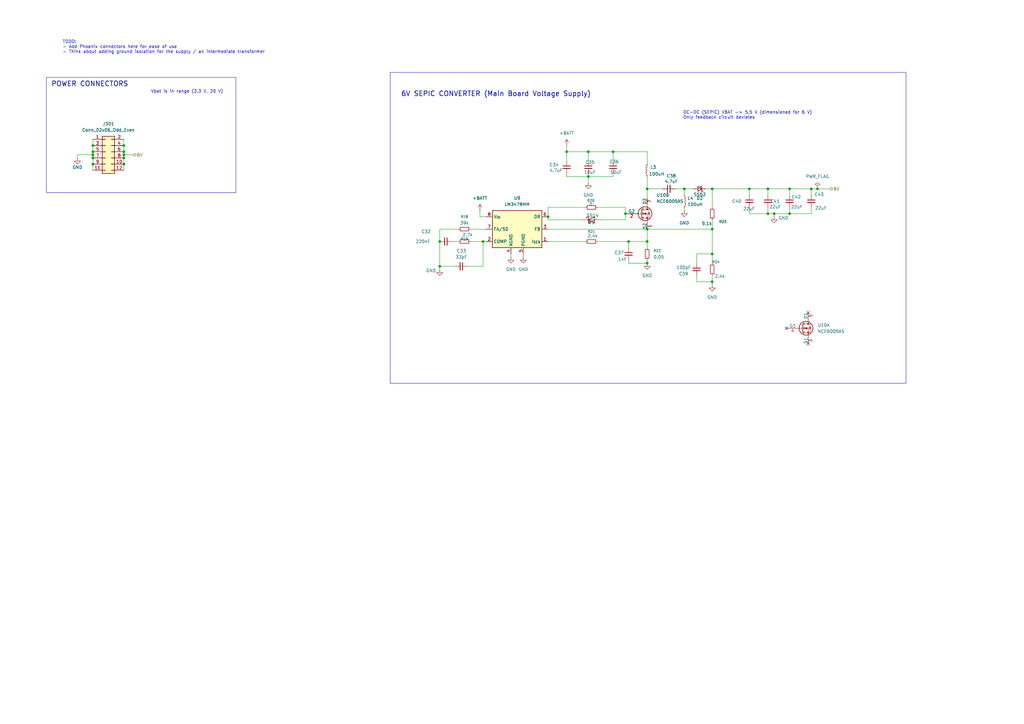
<source format=kicad_sch>
(kicad_sch (version 20250114) (generator "eeschema") (generator_version "9.0")
  (paper "A3")
  (lib_symbols
    (symbol "Connector_Generic:Conn_02x06_Odd_Even" (pin_names (offset 1.016) (hide yes))
      (property "Reference" "J" (at 1.27 7.62 0))
      (property "Value" "Conn_02x06_Odd_Even" (at 1.27 -10.16 0))
      (symbol "Conn_02x06_Odd_Even_1_1"
        (rectangle (start -1.27 6.35) (end 3.81 -8.89) (stroke (width 0.254)) (fill (type background)))
        (rectangle (start -1.27 5.207) (end 0 4.953) (stroke (width 0.1524)))
        (rectangle (start -1.27 2.667) (end 0 2.413) (stroke (width 0.1524)))
        (rectangle (start -1.27 0.127) (end 0 -0.127) (stroke (width 0.1524)))
        (rectangle (start -1.27 -2.413) (end 0 -2.667) (stroke (width 0.1524)))
        (rectangle (start -1.27 -4.953) (end 0 -5.207) (stroke (width 0.1524)))
        (rectangle (start -1.27 -7.493) (end 0 -7.747) (stroke (width 0.1524)))
        (rectangle (start 3.81 5.207) (end 2.54 4.953) (stroke (width 0.1524)))
        (rectangle (start 3.81 2.667) (end 2.54 2.413) (stroke (width 0.1524)))
        (rectangle (start 3.81 0.127) (end 2.54 -0.127) (stroke (width 0.1524)))
        (rectangle (start 3.81 -2.413) (end 2.54 -2.667) (stroke (width 0.1524)))
        (rectangle (start 3.81 -4.953) (end 2.54 -5.207) (stroke (width 0.1524)))
        (rectangle (start 3.81 -7.493) (end 2.54 -7.747) (stroke (width 0.1524)))
        (pin passive line (at -5.08 5.08 0) (length 3.81) (name "Pin_1") (number "1"))
        (pin passive line (at -5.08 2.54 0) (length 3.81) (name "Pin_3") (number "3"))
        (pin passive line (at -5.08 0 0) (length 3.81) (name "Pin_5") (number "5"))
        (pin passive line (at -5.08 -2.54 0) (length 3.81) (name "Pin_7") (number "7"))
        (pin passive line (at -5.08 -5.08 0) (length 3.81) (name "Pin_9") (number "9"))
        (pin passive line (at -5.08 -7.62 0) (length 3.81) (name "Pin_11") (number "11"))
        (pin passive line (at 7.62 5.08 180) (length 3.81) (name "Pin_2") (number "2"))
        (pin passive line (at 7.62 2.54 180) (length 3.81) (name "Pin_4") (number "4"))
        (pin passive line (at 7.62 0 180) (length 3.81) (name "Pin_6") (number "6"))
        (pin passive line (at 7.62 -2.54 180) (length 3.81) (name "Pin_8") (number "8"))
        (pin passive line (at 7.62 -5.08 180) (length 3.81) (name "Pin_10") (number "10"))
        (pin passive line (at 7.62 -7.62 180) (length 3.81) (name "Pin_12") (number "12"))
      )
    )
    (symbol "Device:C_Small" (pin_numbers (hide yes)) (pin_names (offset 0.254) (hide yes))
      (property "Reference" "C" (at 0.254 1.778 0))
      (property "Value" "C_Small" (at 0.254 -2.032 0))
      (symbol "C_Small_0_1"
        (polyline (pts (xy -1.524 0.508) (xy 1.524 0.508)) (stroke (width 0.3048)))
        (polyline (pts (xy -1.524 -0.508) (xy 1.524 -0.508)) (stroke (width 0.3302)))
      )
      (symbol "C_Small_1_1"
        (pin passive line (at 0 2.54 270) (length 2.032) (name "~") (number "1"))
        (pin passive line (at 0 -2.54 90) (length 2.032) (name "~") (number "2"))
      )
    )
    (symbol "Device:D_Schottky_Small" (pin_numbers (hide yes)) (pin_names (offset 0.254) (hide yes))
      (property "Reference" "D" (at -1.27 2.032 0))
      (property "Value" "D_Schottky_Small" (at -7.112 -2.032 0))
      (symbol "D_Schottky_Small_0_1"
        (polyline (pts (xy -1.27 0.762) (xy -1.27 1.016) (xy -0.762 1.016) (xy -0.762 -1.016) (xy -0.254 -1.016) (xy -0.254 -0.762)) (stroke (width 0.254)))
        (polyline (pts (xy -0.762 0) (xy 0.762 0)))
        (polyline (pts (xy 0.762 -1.016) (xy -0.762 0) (xy 0.762 1.016) (xy 0.762 -1.016)) (stroke (width 0.254)))
      )
      (symbol "D_Schottky_Small_1_1"
        (pin passive line (at -2.54 0 0) (length 1.778) (name "K") (number "1"))
        (pin passive line (at 2.54 0 180) (length 1.778) (name "A") (number "2"))
      )
    )
    (symbol "Device:L_Small" (pin_numbers (hide yes)) (pin_names (offset 0.254) (hide yes))
      (property "Reference" "L" (at 0.762 1.016 0))
      (property "Value" "L_Small" (at 0.762 -1.016 0))
      (symbol "L_Small_0_1"
        (arc (start 0 2.032) (mid 0.5058 1.524) (end 0 1.016))
        (arc (start 0 1.016) (mid 0.5058 0.508) (end 0 0))
        (arc (start 0 0) (mid 0.5058 -0.508) (end 0 -1.016))
        (arc (start 0 -1.016) (mid 0.5058 -1.524) (end 0 -2.032))
      )
      (symbol "L_Small_1_1"
        (pin passive line (at 0 2.54 270) (length 0.508) (name "~") (number "1"))
        (pin passive line (at 0 -2.54 90) (length 0.508) (name "~") (number "2"))
      )
    )
    (symbol "Device:R_Small" (pin_numbers (hide yes)) (pin_names (offset 0.254) (hide yes))
      (property "Reference" "R" (at 0 0 90))
      (property "Value" "R_Small" (at 1.778 0 90))
      (symbol "R_Small_0_1"
        (rectangle (start -0.762 1.778) (end 0.762 -1.778) (stroke (width 0.2032)))
      )
      (symbol "R_Small_1_1"
        (pin passive line (at 0 2.54 270) (length 0.762) (name "~") (number "1"))
        (pin passive line (at 0 -2.54 90) (length 0.762) (name "~") (number "2"))
      )
    )
    (symbol "Diode:SS14" (pin_numbers (hide yes)) (pin_names (offset 1.016) (hide yes))
      (property "Reference" "D" (at 0 2.54 0))
      (property "Value" "SS14" (at 0 -2.54 0))
      (symbol "SS14_0_1"
        (polyline (pts (xy -1.905 0.635) (xy -1.905 1.27) (xy -1.27 1.27) (xy -1.27 -1.27) (xy -0.635 -1.27) (xy -0.635 -0.635)) (stroke (width 0.254)))
        (polyline (pts (xy 1.27 1.27) (xy 1.27 -1.27) (xy -1.27 0) (xy 1.27 1.27)) (stroke (width 0.254)))
        (polyline (pts (xy 1.27 0) (xy -1.27 0)))
      )
      (symbol "SS14_1_1"
        (pin passive line (at -3.81 0 0) (length 2.54) (name "K") (number "1"))
        (pin passive line (at 3.81 0 180) (length 2.54) (name "A") (number "2"))
      )
    )
    (symbol "Regulator_Controller:LM3478MM"
      (property "Reference" "U" (at -9.525 8.89 0))
      (property "Value" "LM3478MM" (at 5.08 8.89 0))
      (symbol "LM3478MM_0_1"
        (rectangle (start -10.16 7.62) (end 10.16 -7.62) (stroke (width 0.254)) (fill (type background)))
      )
      (symbol "LM3478MM_1_1"
        (pin power_in line (at -12.7 5.08 0) (length 2.54) (name "V_{IN}") (number "8"))
        (pin input line (at -12.7 0 0) (length 2.54) (name "FA/SD") (number "7"))
        (pin input line (at -12.7 -5.08 0) (length 2.54) (name "COMP") (number "2"))
        (pin power_in line (at -2.54 -10.16 90) (length 2.54) (name "AGND") (number "4"))
        (pin power_in line (at 2.54 -10.16 90) (length 2.54) (name "PGND") (number "5"))
        (pin output line (at 12.7 5.08 180) (length 2.54) (name "DR") (number "6"))
        (pin input line (at 12.7 0 180) (length 2.54) (name "FB") (number "3"))
        (pin input line (at 12.7 -5.08 180) (length 2.54) (name "I_{SEN}") (number "1"))
      )
    )
    (symbol "custom_mosfet:NCE6005AS" (pin_names (offset 0))
      (property "Reference" "U" (at 3.81 0 0))
      (property "Value" "NCE6005AS" (at 7.62 -2.54 0))
      (symbol "NCE6005AS_1_1"
        (polyline (pts (xy -3.81 0) (xy -2.286 0)))
        (polyline (pts (xy -2.286 1.905) (xy -2.286 -1.905) (xy -2.286 -1.905)) (stroke (width 0.254)))
        (polyline (pts (xy -1.778 2.286) (xy -1.778 1.27)) (stroke (width 0.254)))
        (polyline (pts (xy -1.778 1.778) (xy 0 1.778)))
        (polyline (pts (xy -1.778 0.508) (xy -1.778 -0.508)) (stroke (width 0.254)))
        (polyline (pts (xy -1.778 0) (xy 0 0)))
        (polyline (pts (xy -1.778 -1.27) (xy -1.778 -2.286)) (stroke (width 0.254)))
        (polyline (pts (xy -1.778 -1.778) (xy 0 -1.778)))
        (polyline (pts (xy -1.524 0) (xy -0.508 0.381) (xy -0.508 -0.381) (xy -1.524 0)) (fill (type outline)))
        (circle (center -0.889 0) (radius 2.8194) (stroke (width 0.254)))
        (polyline (pts (xy 0 3.81) (xy 0 1.778)))
        (circle (center 0 1.778) (radius 0.2794) (fill (type outline)))
        (polyline (pts (xy 0 -1.778) (xy 0 0)))
        (polyline (pts (xy 0 -1.778) (xy 0 -3.81)))
        (polyline (pts (xy 0 -1.778) (xy 0.762 -1.778) (xy 0.762 1.778) (xy 0 1.778)))
        (circle (center 0 -1.778) (radius 0.2794) (fill (type outline)))
        (polyline (pts (xy 0.254 0.508) (xy 0.381 0.381) (xy 1.143 0.381) (xy 1.27 0.254)))
        (polyline (pts (xy 0.762 0.381) (xy 0.381 -0.254) (xy 1.143 -0.254) (xy 0.762 0.381)))
        (pin input line (at -8.89 0 0) (length 5.08) (name "G1") (number "4"))
        (pin passive line (at 0 6.35 270) (length 2.54) (name "D1") (number "5"))
        (pin passive line (at 0 6.35 270) (length 2.54) (hide yes) (name "D1") (number "6"))
        (pin passive line (at 0 -6.35 90) (length 2.54) (name "S1") (number "3"))
      )
      (symbol "NCE6005AS_2_1"
        (polyline (pts (xy -3.81 0) (xy -2.286 0)))
        (polyline (pts (xy -2.286 1.905) (xy -2.286 -1.905) (xy -2.286 -1.905)) (stroke (width 0.254)))
        (polyline (pts (xy -1.778 2.286) (xy -1.778 1.27)) (stroke (width 0.254)))
        (polyline (pts (xy -1.778 1.778) (xy 0 1.778)))
        (polyline (pts (xy -1.778 0.508) (xy -1.778 -0.508)) (stroke (width 0.254)))
        (polyline (pts (xy -1.778 0) (xy 0 0)))
        (polyline (pts (xy -1.778 -1.27) (xy -1.778 -2.286)) (stroke (width 0.254)))
        (polyline (pts (xy -1.778 -1.778) (xy 0 -1.778)))
        (polyline (pts (xy -1.524 0) (xy -0.508 0.381) (xy -0.508 -0.381) (xy -1.524 0)) (fill (type outline)))
        (circle (center -0.889 0) (radius 2.8194) (stroke (width 0.254)))
        (polyline (pts (xy 0 3.81) (xy 0 1.778)))
        (circle (center 0 1.778) (radius 0.2794) (fill (type outline)))
        (polyline (pts (xy 0 -1.778) (xy 0 0)))
        (polyline (pts (xy 0 -1.778) (xy 0 -3.81)))
        (polyline (pts (xy 0 -1.778) (xy 0.762 -1.778) (xy 0.762 1.778) (xy 0 1.778)))
        (circle (center 0 -1.778) (radius 0.2794) (fill (type outline)))
        (polyline (pts (xy 0.254 0.508) (xy 0.381 0.381) (xy 1.143 0.381) (xy 1.27 0.254)))
        (polyline (pts (xy 0.762 0.381) (xy 0.381 -0.254) (xy 1.143 -0.254) (xy 0.762 0.381)))
        (pin input line (at -8.89 0 0) (length 5.08) (name "G2") (number "2"))
        (pin passive line (at 0 6.35 270) (length 2.54) (name "D2") (number "7"))
        (pin passive line (at 0 6.35 270) (length 2.54) (hide yes) (name "D2") (number "8"))
        (pin passive line (at 0 -6.35 90) (length 2.54) (name "S2") (number "1"))
      )
    )
    (symbol "power:+BATT" (power) (pin_numbers (hide yes)) (pin_names (offset 0) (hide yes))
      (property "Value" "+BATT" (at 0 3.556 0))
      (symbol "+BATT_0_1"
        (polyline (pts (xy -0.762 1.27) (xy 0 2.54)))
        (polyline (pts (xy 0 2.54) (xy 0.762 1.27)))
        (polyline (pts (xy 0 0) (xy 0 2.54)))
      )
      (symbol "+BATT_1_1"
        (pin power_in line (at 0 0 90) (length 0) (name "~") (number "1"))
      )
    )
    (symbol "power:GND" (power) (pin_numbers (hide yes)) (pin_names (offset 0) (hide yes))
      (property "Value" "GND" (at 0 -3.81 0))
      (symbol "GND_0_1"
        (polyline (pts (xy 0 0) (xy 0 -1.27) (xy 1.27 -1.27) (xy 0 -2.54) (xy -1.27 -1.27) (xy 0 -1.27)))
      )
      (symbol "GND_1_1"
        (pin power_in line (at 0 0 270) (length 0) (name "~") (number "1"))
      )
    )
    (symbol "power:PWR_FLAG" (power) (pin_numbers (hide yes)) (pin_names (offset 0) (hide yes))
      (property "Value" "PWR_FLAG" (at 0 3.81 0))
      (symbol "PWR_FLAG_0_0"
        (pin power_out line (at 0 0 90) (length 0) (name "~") (number "1"))
      )
      (symbol "PWR_FLAG_0_1"
        (polyline (pts (xy 0 0) (xy 0 1.27) (xy -1.016 1.905) (xy 0 2.54) (xy 1.016 1.905) (xy 0 1.27)))
      )
    )
  )
  (rectangle (start 19.05 31.75) (end 96.774 78.994))
  (rectangle (start 160.02 29.718) (end 371.602 157.226))
  (text "POWER CONNECTORS" (at 36.83 34.544 0) (effects (font (size 2 2) (thickness 0.254) (bold yes))))
  (text "DC-DC (SEPIC) VBAT -> 5.5 V (dimensioned for 6 V)\nOnly feedback circuit deviates" (at 280.162 47.244 0) (effects (font (size 1.27 1.27)) (justify left)))
  (text "Vbat is in range (3.3 V, 20 V)" (at 76.708 37.592 0) (effects (font (size 1.27 1.27))))
  (text "6V SEPIC CONVERTER (Main Board Voltage Supply)" (at 203.454 38.608 0) (effects (font (size 2 2) (thickness 0.254) (bold yes))))
  (text "TODO:\n- Add Phoenix connectors here for ease of use\n- Think about adding ground isolation for the supply / an intermediate transformer" (at 25.654 19.304 0) (effects (font (size 1.27 1.27)) (justify left)))
  (junction (at 265.43 107.95))
  (junction (at 241.3 72.39))
  (junction (at 314.96 87.63))
  (junction (at 314.96 77.47))
  (junction (at 323.85 87.63))
  (junction (at 232.41 62.23))
  (junction (at 292.1 93.98))
  (junction (at 180.34 109.22))
  (junction (at 257.81 99.06))
  (junction (at 38.1 59.69))
  (junction (at 292.1 115.57))
  (junction (at 198.12 99.06))
  (junction (at 38.1 67.31))
  (junction (at 241.3 62.23))
  (junction (at 280.67 77.47))
  (junction (at 50.8 63.5))
  (junction (at 292.1 77.47))
  (junction (at 50.8 67.31))
  (junction (at 292.1 104.14))
  (junction (at 38.1 64.77))
  (junction (at 38.1 63.5))
  (junction (at 50.8 62.23))
  (junction (at 332.74 77.47))
  (junction (at 38.1 62.23))
  (junction (at 251.46 62.23))
  (junction (at 323.85 77.47))
  (junction (at 256.54 87.63))
  (junction (at 50.8 59.69))
  (junction (at 180.34 99.06))
  (junction (at 265.43 99.06))
  (junction (at 265.43 77.47))
  (junction (at 50.8 64.77))
  (junction (at 317.5 87.63))
  (junction (at 307.34 77.47))
  (junction (at 224.79 88.9))
  (junction (at 335.28 77.47))
  (junction (at 265.43 93.98))
  (no_connect (at 331.47 128.27))
  (no_connect (at 322.58 134.62))
  (no_connect (at 331.47 140.97))
  (wire (pts (xy 180.34 109.22) (xy 186.69 109.22)))
  (wire (pts (xy 292.1 90.17) (xy 292.1 93.98)))
  (wire (pts (xy 265.43 106.68) (xy 265.43 107.95)))
  (wire (pts (xy 292.1 77.47) (xy 292.1 85.09)))
  (wire (pts (xy 307.34 77.47) (xy 314.96 77.47)))
  (wire (pts (xy 265.43 93.98) (xy 265.43 99.06)))
  (wire (pts (xy 307.34 85.09) (xy 307.34 87.63)))
  (wire (pts (xy 292.1 104.14) (xy 292.1 107.95)))
  (wire (pts (xy 280.67 77.47) (xy 280.67 80.01)))
  (wire (pts (xy 265.43 99.06) (xy 265.43 101.6)))
  (wire (pts (xy 251.46 66.04) (xy 251.46 62.23)))
  (wire (pts (xy 285.75 107.95) (xy 285.75 104.14)))
  (wire (pts (xy 50.8 57.15) (xy 50.8 59.69)))
  (wire (pts (xy 224.79 85.09) (xy 224.79 88.9)))
  (wire (pts (xy 332.74 80.01) (xy 332.74 77.47)))
  (wire (pts (xy 292.1 77.47) (xy 307.34 77.47)))
  (wire (pts (xy 265.43 67.31) (xy 265.43 62.23)))
  (wire (pts (xy 238.76 90.17) (xy 224.79 90.17)))
  (wire (pts (xy 246.38 90.17) (xy 256.54 90.17)))
  (wire (pts (xy 193.04 93.98) (xy 199.39 93.98)))
  (wire (pts (xy 280.67 77.47) (xy 284.48 77.47)))
  (wire (pts (xy 280.67 85.09) (xy 280.67 86.36)))
  (wire (pts (xy 265.43 72.39) (xy 265.43 77.47)))
  (wire (pts (xy 256.54 85.09) (xy 245.11 85.09)))
  (wire (pts (xy 265.43 93.98) (xy 292.1 93.98)))
  (wire (pts (xy 241.3 74.93) (xy 241.3 72.39)))
  (wire (pts (xy 50.8 64.77) (xy 50.8 63.5)))
  (wire (pts (xy 257.81 106.68) (xy 257.81 107.95)))
  (wire (pts (xy 257.81 107.95) (xy 265.43 107.95)))
  (wire (pts (xy 38.1 59.69) (xy 38.1 62.23)))
  (wire (pts (xy 251.46 72.39) (xy 251.46 71.12)))
  (wire (pts (xy 307.34 80.01) (xy 307.34 77.47)))
  (wire (pts (xy 314.96 87.63) (xy 317.5 87.63)))
  (wire (pts (xy 257.81 99.06) (xy 265.43 99.06)))
  (wire (pts (xy 289.56 77.47) (xy 292.1 77.47)))
  (wire (pts (xy 198.12 109.22) (xy 191.77 109.22)))
  (wire (pts (xy 241.3 72.39) (xy 241.3 71.12)))
  (wire (pts (xy 224.79 93.98) (xy 265.43 93.98)))
  (wire (pts (xy 31.75 63.5) (xy 31.75 64.77)))
  (wire (pts (xy 50.8 63.5) (xy 54.61 63.5)))
  (wire (pts (xy 314.96 77.47) (xy 314.96 80.01)))
  (wire (pts (xy 292.1 93.98) (xy 292.1 104.14)))
  (wire (pts (xy 50.8 59.69) (xy 50.8 62.23)))
  (wire (pts (xy 214.63 105.41) (xy 214.63 104.14)))
  (wire (pts (xy 232.41 72.39) (xy 232.41 71.12)))
  (wire (pts (xy 285.75 113.03) (xy 285.75 115.57)))
  (wire (pts (xy 265.43 62.23) (xy 251.46 62.23)))
  (wire (pts (xy 196.85 86.36) (xy 196.85 88.9)))
  (wire (pts (xy 292.1 113.03) (xy 292.1 115.57)))
  (wire (pts (xy 317.5 87.63) (xy 323.85 87.63)))
  (wire (pts (xy 265.43 77.47) (xy 271.78 77.47)))
  (wire (pts (xy 180.34 99.06) (xy 180.34 109.22)))
  (wire (pts (xy 323.85 85.09) (xy 323.85 87.63)))
  (wire (pts (xy 185.42 99.06) (xy 187.96 99.06)))
  (wire (pts (xy 232.41 59.69) (xy 232.41 62.23)))
  (wire (pts (xy 224.79 90.17) (xy 224.79 88.9)))
  (wire (pts (xy 332.74 77.47) (xy 323.85 77.47)))
  (wire (pts (xy 50.8 67.31) (xy 50.8 69.85)))
  (wire (pts (xy 31.75 63.5) (xy 38.1 63.5)))
  (wire (pts (xy 314.96 85.09) (xy 314.96 87.63)))
  (wire (pts (xy 38.1 62.23) (xy 38.1 63.5)))
  (wire (pts (xy 180.34 93.98) (xy 187.96 93.98)))
  (wire (pts (xy 240.03 85.09) (xy 224.79 85.09)))
  (wire (pts (xy 292.1 115.57) (xy 292.1 116.84)))
  (wire (pts (xy 241.3 62.23) (xy 251.46 62.23)))
  (wire (pts (xy 276.86 77.47) (xy 280.67 77.47)))
  (wire (pts (xy 198.12 99.06) (xy 198.12 109.22)))
  (wire (pts (xy 50.8 62.23) (xy 50.8 63.5)))
  (wire (pts (xy 180.34 110.49) (xy 180.34 109.22)))
  (wire (pts (xy 209.55 105.41) (xy 209.55 104.14)))
  (wire (pts (xy 193.04 99.06) (xy 198.12 99.06)))
  (wire (pts (xy 232.41 62.23) (xy 241.3 62.23)))
  (wire (pts (xy 323.85 77.47) (xy 323.85 80.01)))
  (wire (pts (xy 332.74 77.47) (xy 335.28 77.47)))
  (wire (pts (xy 199.39 99.06) (xy 198.12 99.06)))
  (wire (pts (xy 332.74 85.09) (xy 332.74 87.63)))
  (wire (pts (xy 307.34 87.63) (xy 314.96 87.63)))
  (wire (pts (xy 232.41 72.39) (xy 241.3 72.39)))
  (wire (pts (xy 38.1 57.15) (xy 38.1 59.69)))
  (wire (pts (xy 256.54 87.63) (xy 256.54 90.17)))
  (wire (pts (xy 257.81 99.06) (xy 257.81 101.6)))
  (wire (pts (xy 180.34 93.98) (xy 180.34 99.06)))
  (wire (pts (xy 50.8 64.77) (xy 50.8 67.31)))
  (wire (pts (xy 196.85 88.9) (xy 199.39 88.9)))
  (wire (pts (xy 285.75 115.57) (xy 292.1 115.57)))
  (wire (pts (xy 332.74 87.63) (xy 323.85 87.63)))
  (wire (pts (xy 241.3 62.23) (xy 241.3 66.04)))
  (wire (pts (xy 245.11 99.06) (xy 257.81 99.06)))
  (wire (pts (xy 38.1 63.5) (xy 38.1 64.77)))
  (wire (pts (xy 265.43 77.47) (xy 265.43 81.28)))
  (wire (pts (xy 240.03 99.06) (xy 224.79 99.06)))
  (wire (pts (xy 38.1 64.77) (xy 38.1 67.31)))
  (wire (pts (xy 232.41 62.23) (xy 232.41 66.04)))
  (wire (pts (xy 241.3 72.39) (xy 251.46 72.39)))
  (wire (pts (xy 317.5 88.9) (xy 317.5 87.63)))
  (wire (pts (xy 256.54 85.09) (xy 256.54 87.63)))
  (wire (pts (xy 314.96 77.47) (xy 323.85 77.47)))
  (wire (pts (xy 38.1 67.31) (xy 38.1 69.85)))
  (wire (pts (xy 285.75 104.14) (xy 292.1 104.14)))
  (wire (pts (xy 335.28 77.47) (xy 340.36 77.47)))
  (hierarchical_label "6V" (shape bidirectional) (at 340.36 77.47 0))
  (hierarchical_label "6V" (shape bidirectional) (at 54.61 63.5 0))
  (symbol (lib_id "Device:C_Small") (at 332.74 82.55 0) (unit 1)
    (property "Reference" "C43" (at 334.01 79.756 0) (effects (justify left)))
    (property "Value" "22uF" (at 334.264 85.344 0) (effects (justify left)))
    (property "Footprint" "Capacitor_SMD:C_0805_2012Metric" (effects (hide yes)))
    (property "Datasheet" "https://jlcpcb.com/api/file/downloadByFileSystemAccessId/8579706866429190144" (effects (hide yes)))
    (property "Description" "X5R, 25V" (effects (hide yes)))
    (property "LPN" "C45783" (effects (hide yes)))
    (property "MPN" "CL21A226MAQNNNE" (effects (hide yes)))
  )
  (symbol (lib_id "Diode:SS14") (at 242.57 90.17 0) (unit 1)
    (property "Reference" "D5" (at 242.57 91.186 0))
    (property "Value" "SS14" (at 243.078 88.392 0))
    (property "Footprint" "Diode_SMD:D_SMA" (effects (hide yes)))
    (property "Datasheet" "https://www.vishay.com/docs/88746/ss12.pdf" (effects (hide yes)))
    (property "Description" "40V 1A Schottky Diode, SMA" (effects (hide yes)))
    (property "LPN" "C2480" (effects (hide yes)))
    (property "MPN" "SS14" (effects (hide yes)))
  )
  (symbol (lib_id "Device:L_Small") (at 265.43 69.85 180) (unit 1)
    (property "Reference" "L3" (at 266.7 68.5799 0) (effects (justify right)))
    (property "Value" "100uH" (at 266.192 71.374 0) (effects (justify right)))
    (property "Datasheet" "https://jlcpcb.com/api/file/downloadByFileSystemAccessId/8588935627815862272" (effects (hide yes)))
    (property "Description" "+-20%, DCR 0.25, Isat_rms=2A" (effects (hide yes)))
    (property "LPN" "C436577" (effects (hide yes)))
    (property "MPN" "PSPMAC1045H-101M-ANP" (effects (hide yes)))
  )
  (symbol (lib_id "Device:D_Schottky_Small") (at 287.02 77.47 180) (unit 1)
    (property "Reference" "D2" (at 287.02 81.28 0))
    (property "Value" "SS52" (at 287.02 79.756 0))
    (property "Footprint" "Diode_SMD:D_SMA-SMB_Universal_Handsoldering" (effects (hide yes)))
    (property "Datasheet" "https://jlcpcb.com/api/file/downloadByFileSystemAccessId/8579707587489042432" (effects (hide yes)))
    (property "Description" "Vf 0.55, If 5A" (effects (hide yes)))
    (property "MPN" "SS54" (effects (hide yes)))
    (property "LPN" "C22452" (effects (hide yes)))
  )
  (symbol (lib_id "Device:C_Small") (at 232.41 68.58 0) (unit 1)
    (property "Reference" "C34" (at 225.298 67.564 0) (effects (justify left)))
    (property "Value" "4.7uF" (at 225.298 69.85 0) (effects (justify left)))
    (property "Footprint" "Capacitor_SMD:C_1206_3216Metric" (effects (hide yes)))
    (property "Datasheet" "https://jlcpcb.com/api/file/downloadByFileSystemAccessId/8579707362602500096" (effects (hide yes)))
    (property "Description" "X7R, 50V" (effects (hide yes)))
    (property "LPN" "C29823" (effects (hide yes)))
    (property "MPN" "1206B475K500NT" (effects (hide yes)))
  )
  (symbol (lib_id "Device:C_Small") (at 323.85 82.55 0) (unit 1)
    (property "Reference" "C42" (at 324.612 80.772 0) (effects (justify left)))
    (property "Value" "22uF" (at 324.358 84.836 0) (effects (justify left)))
    (property "Footprint" "Capacitor_SMD:C_0805_2012Metric" (effects (hide yes)))
    (property "Datasheet" "https://jlcpcb.com/api/file/downloadByFileSystemAccessId/8579706866429190144" (effects (hide yes)))
    (property "Description" "X5R, 25V" (effects (hide yes)))
    (property "LPN" "C45783" (effects (hide yes)))
    (property "MPN" "CL21A226MAQNNNE" (effects (hide yes)))
  )
  (symbol (lib_id "power:+BATT") (at 196.85 86.36 0) (unit 1)
    (property "Reference" "#PWR037" (effects (hide yes)))
    (property "Value" "+BATT" (at 196.85 81.28 0))
    (property "Description" "Power symbol creates a global label with name \"+BATT\"" (effects (hide yes)))
  )
  (symbol (lib_id "Device:C_Small") (at 241.3 68.58 0) (unit 1)
    (property "Reference" "C35" (at 240.03 66.548 0) (effects (justify left)))
    (property "Value" "10uF" (at 239.522 70.612 0) (effects (justify left)))
    (property "Footprint" "Capacitor_SMD:C_0805_2012Metric" (effects (hide yes)))
    (property "Datasheet" "https://jlcpcb.com/api/file/downloadByFileSystemAccessId/8588884955182718976" (effects (hide yes)))
    (property "Description" "X5R, 50V max" (effects (hide yes)))
    (property "LPN" "C440198" (effects (hide yes)))
    (property "MPN" "GRM21BR61H106KE43L" (effects (hide yes)))
  )
  (symbol (lib_id "Device:R_Small") (at 190.5 93.98 90) (unit 1)
    (property "Reference" "R18" (at 190.5 88.9 90) (effects (font (size 1.016 1.016))))
    (property "Value" "39k" (at 190.5 91.44 90))
    (property "Footprint" "Resistor_SMD:R_0603_1608Metric" (effects (hide yes)))
    (property "Datasheet" "https://jlcpcb.com/api/file/downloadByFileSystemAccessId/8579706240219467776" (effects (hide yes)))
    (property "Description" "Resistor, small symbol" (effects (hide yes)))
    (property "MPN" "0603WAF3902T5E" (effects (hide yes)))
    (property "LPN" "C23153" (effects (hide yes)))
  )
  (symbol (lib_id "power:GND") (at 265.43 107.95 0) (unit 1)
    (property "Reference" "#PWR043" (effects (hide yes)))
    (property "Value" "GND" (at 265.43 113.03 0))
    (property "Description" "Power symbol creates a global label with name \"GND\" , ground" (effects (hide yes)))
  )
  (symbol (lib_id "Device:R_Small") (at 292.1 110.49 0) (unit 1)
    (property "Reference" "R24" (at 292.1 107.442 0) (effects (font (size 1.016 1.016)) (justify left)))
    (property "Value" "2.4k" (at 293.116 113.284 0) (effects (justify left)))
    (property "Footprint" "Resistor_SMD:R_0603_1608Metric" (effects (hide yes)))
    (property "Datasheet" "https://jlcpcb.com/api/file/downloadByFileSystemAccessId/8579706169801297920" (effects (hide yes)))
    (property "Description" "+-1%, 0.1W" (effects (hide yes)))
    (property "LPN" "C22940" (effects (hide yes)))
    (property "MPN" "0603WAF2401T5E" (effects (hide yes)))
  )
  (symbol (lib_id "Device:C_Small") (at 314.96 82.55 0) (unit 1)
    (property "Reference" "C41" (at 315.976 82.55 0) (effects (justify left)))
    (property "Value" "22uF" (at 315.468 84.836 0) (effects (justify left)))
    (property "Footprint" "Capacitor_SMD:C_0805_2012Metric" (effects (hide yes)))
    (property "Datasheet" "https://jlcpcb.com/api/file/downloadByFileSystemAccessId/8579706866429190144" (effects (hide yes)))
    (property "Description" "X5R, 25V" (effects (hide yes)))
    (property "LPN" "C45783" (effects (hide yes)))
    (property "MPN" "CL21A226MAQNNNE" (effects (hide yes)))
  )
  (symbol (lib_id "Device:C_Small") (at 257.81 104.14 0) (unit 1)
    (property "Reference" "C37" (at 251.968 103.632 0) (effects (justify left)))
    (property "Value" "1nF" (at 253.492 106.426 0) (effects (justify left)))
    (property "Footprint" "Capacitor_SMD:C_0402_1005Metric" (effects (hide yes)))
    (property "Datasheet" "https://jlcpcb.com/api/file/downloadByFileSystemAccessId/8579707280333258752" (effects (hide yes)))
    (property "Description" "Unpolarized capacitor, small symbol" (effects (hide yes)))
    (property "LPN" "C1523" (effects (hide yes)))
    (property "MPN" "0402B102K500NT" (effects (hide yes)))
  )
  (symbol (lib_id "Device:R_Small") (at 190.5 99.06 90) (unit 1)
    (property "Reference" "R19" (at 190.5 98.044 90) (effects (font (size 1.016 1.016))))
    (property "Value" "2.7k" (at 191.77 96.266 90))
    (property "Footprint" "Resistor_SMD:R_0603_1608Metric" (effects (hide yes)))
    (property "Datasheet" "+-1%" (effects (hide yes)))
    (property "Description" "Resistor, small symbol" (effects (hide yes)))
    (property "LPN" "C13167" (effects (hide yes)))
    (property "MPN" "0603WAF2701T5E" (effects (hide yes)))
  )
  (symbol (lib_id "Device:R_Small") (at 265.43 104.14 0) (unit 1)
    (property "Reference" "R22" (at 267.97 102.8699 0) (effects (font (size 1.016 1.016)) (justify left)))
    (property "Value" "0.05" (at 267.97 105.4099 0) (effects (justify left)))
    (property "Footprint" "Resistor_SMD:R_1206_3216Metric_Pad1.30x1.75mm_HandSolder" (effects (hide yes)))
    (property "Datasheet" "https://jlcpcb.com/api/file/downloadByFileSystemAccessId/8586177481287585792" (effects (hide yes)))
    (property "Description" "+-1%, 333mW" (effects (hide yes)))
    (property "MPN" "1206W3F500MT5E" (effects (hide yes)))
    (property "LPN" "C127691" (effects (hide yes)))
  )
  (symbol (lib_id "power:GND") (at 292.1 116.84 0) (unit 1)
    (property "Reference" "#PWR045" (effects (hide yes)))
    (property "Value" "GND" (at 292.1 121.92 0))
    (property "Description" "Power symbol creates a global label with name \"GND\" , ground" (effects (hide yes)))
  )
  (symbol (lib_id "Device:C_Small") (at 189.23 109.22 270) (unit 1)
    (property "Reference" "C33" (at 189.2236 102.87 90))
    (property "Value" "33pF" (at 189.2236 105.41 90))
    (property "Footprint" "Capacitor_SMD:C_0603_1608Metric" (effects (hide yes)))
    (property "Datasheet" "https://jlcpcb.com/api/file/downloadByFileSystemAccessId/8579707052086001664" (effects (hide yes)))
    (property "Description" "Cc2" (effects (hide yes)))
    (property "LPN" "C1663" (effects (hide yes)))
    (property "MPN" "CL10C330JB8NNNC" (effects (hide yes)))
  )
  (symbol (lib_id "power:GND") (at 180.34 110.49 0) (unit 1)
    (property "Reference" "#PWR031" (effects (hide yes)))
    (property "Value" "GND" (at 176.784 110.998 0))
    (property "Description" "Power symbol creates a global label with name \"GND\" , ground" (effects (hide yes)))
  )
  (symbol (lib_id "Device:C_Small") (at 285.75 110.49 0) (unit 1)
    (property "Reference" "C39" (at 278.384 112.268 0) (effects (justify left)))
    (property "Value" "100pF" (at 277.368 109.728 0) (effects (justify left)))
    (property "Footprint" "Capacitor_SMD:C_0402_1005Metric" (effects (hide yes)))
    (property "Datasheet" "https://jlcpcb.com/api/file/downloadByFileSystemAccessId/8579707280333258752" (effects (hide yes)))
    (property "Description" "Unpolarized capacitor, small symbol" (effects (hide yes)))
    (property "LPN" "C1546" (effects (hide yes)))
    (property "MPN" "0402CG101J500NT" (effects (hide yes)))
  )
  (symbol (lib_id "power:PWR_FLAG") (at 335.28 77.47 0) (unit 1)
    (property "Reference" "#FLG0302" (effects (hide yes)))
    (property "Value" "PWR_FLAG" (at 335.28 72.39 0))
    (property "Description" "Special symbol for telling ERC where power comes from" (effects (hide yes)))
  )
  (symbol (lib_id "power:GND") (at 214.63 105.41 0) (unit 1)
    (property "Reference" "#PWR040" (effects (hide yes)))
    (property "Value" "GND" (at 214.63 110.49 0))
    (property "Description" "Power symbol creates a global label with name \"GND\" , ground" (effects (hide yes)))
  )
  (symbol (lib_id "Device:R_Small") (at 242.57 85.09 90) (unit 1)
    (property "Reference" "R20" (at 242.316 82.296 90) (effects (font (size 1.016 1.016))))
    (property "Value" "0" (at 242.316 83.82 90))
    (property "Footprint" "Resistor_SMD:R_0603_1608Metric_Pad0.98x0.95mm_HandSolder" (effects (hide yes)))
    (property "Datasheet" "https://jlcpcb.com/api/file/downloadByFileSystemAccessId/8588882001185148928" (effects (hide yes)))
    (property "Description" "100mW, change to damping resistor" (effects (hide yes)))
    (property "LPN" "C15402" (effects (hide yes)))
    (property "MPN" "0603WAJ0000T5E" (effects (hide yes)))
  )
  (symbol (lib_id "Device:L_Small") (at 280.67 82.55 0) (unit 1)
    (property "Reference" "L4" (at 281.94 81.2799 0) (effects (justify left)))
    (property "Value" "100uH" (at 281.94 83.8199 0) (effects (justify left)))
    (property "Datasheet" "https://jlcpcb.com/api/file/downloadByFileSystemAccessId/8588935627815862272" (effects (hide yes)))
    (property "Description" "+-20%, DCR 0.25, Isat_rms=2A" (effects (hide yes)))
    (property "LPN" "C436577" (effects (hide yes)))
    (property "MPN" "PSPMAC1045H-101M-ANP" (effects (hide yes)))
  )
  (symbol (lib_id "custom_mosfet:NCE6005AS") (at 265.43 87.63 0) (unit 2)
    (property "Reference" "U10" (at 269.24 80.0099 0) (effects (justify left)))
    (property "Value" "NCE6005AS" (at 269.24 82.5499 0) (effects (justify left)))
    (property "Footprint" "Package_SO:SOP-8-1EP_4.57x4.57mm_P1.27mm_EP4.57x4.45mm_ThermalVias" (effects (hide yes)))
    (property "Datasheet" "https://jlcpcb.com/api/file/downloadByFileSystemAccessId/8588881119395647488" (effects (hide yes)))
    (property "Description" "Dual N-channel Power MOSFET." (effects (hide yes)))
    (property "MPN" "NCE6005AS" (effects (hide yes)))
    (property "LPN" "C126151" (effects (hide yes)))
  )
  (symbol (lib_id "Device:C_Small") (at 182.88 99.06 270) (unit 1)
    (property "Reference" "C32" (at 174.752 94.996 90))
    (property "Value" "220nF" (at 173.482 99.06 90))
    (property "Footprint" "Capacitor_SMD:C_0603_1608Metric" (effects (hide yes)))
    (property "Datasheet" "https://jlcpcb.com/api/file/downloadByFileSystemAccessId/8579707116065640448" (effects (hide yes)))
    (property "Description" "Unpolarized capacitor, small symbol" (effects (hide yes)))
  )
  (symbol (lib_id "power:GND") (at 317.5 88.9 0) (unit 1)
    (property "Reference" "#PWR046" (effects (hide yes)))
    (property "Value" "GND" (at 321.31 89.408 0))
    (property "Description" "Power symbol creates a global label with name \"GND\" , ground" (effects (hide yes)))
  )
  (symbol (lib_id "Regulator_Controller:LM3478MM") (at 212.09 93.98 0) (unit 1)
    (property "Reference" "U9" (at 212.09 81.28 0))
    (property "Value" "LM3478MM" (at 212.09 83.82 0))
    (property "Footprint" "Package_SO:VSSOP-8_3x3mm_P0.65mm" (effects (hide yes)))
    (property "Datasheet" "https://www.ti.com/lit/gpn/lm3478" (effects (hide yes)))
    (property "Description" "2.97~40V Wide Input Range Boost/SEPIC/Flyback DC-DC Controller, VSSOP-8" (effects (hide yes)))
  )
  (symbol (lib_id "custom_mosfet:NCE6005AS") (at 331.47 134.62 0) (unit 1)
    (property "Reference" "U10" (at 335.28 133.3499 0) (effects (justify left)))
    (property "Value" "NCE6005AS" (at 335.28 135.8899 0) (effects (justify left)))
    (property "Footprint" "Package_SO:SOP-8-1EP_4.57x4.57mm_P1.27mm_EP4.57x4.45mm_ThermalVias" (effects (hide yes)))
    (property "Datasheet" "https://jlcpcb.com/api/file/downloadByFileSystemAccessId/8588881119395647488" (effects (hide yes)))
    (property "Description" "Dual N-channel Power MOSFET." (effects (hide yes)))
    (property "MPN" "NCE6005AS" (effects (hide yes)))
    (property "LPN" "C126151" (effects (hide yes)))
  )
  (symbol (lib_id "Device:C_Small") (at 274.32 77.47 90) (unit 1)
    (property "Reference" "C38" (at 275.336 72.136 90))
    (property "Value" "4.7uF" (at 275.336 74.422 90))
    (property "Footprint" "Capacitor_SMD:C_1206_3216Metric" (effects (hide yes)))
    (property "Datasheet" "https://jlcpcb.com/api/file/downloadByFileSystemAccessId/8579707362602500096" (effects (hide yes)))
    (property "Description" "X7R, 50V" (effects (hide yes)))
    (property "LPN" "C29823" (effects (hide yes)))
    (property "MPN" "1206B475K500NT" (effects (hide yes)))
  )
  (symbol (lib_id "power:GND") (at 209.55 105.41 0) (unit 1)
    (property "Reference" "#PWR039" (effects (hide yes)))
    (property "Value" "GND" (at 209.55 110.49 0))
    (property "Description" "Power symbol creates a global label with name \"GND\" , ground" (effects (hide yes)))
  )
  (symbol (lib_id "power:GND") (at 280.67 86.36 0) (unit 1)
    (property "Reference" "#PWR044" (effects (hide yes)))
    (property "Value" "GND" (at 280.67 91.44 0))
    (property "Description" "Power symbol creates a global label with name \"GND\" , ground" (effects (hide yes)))
  )
  (symbol (lib_id "Device:C_Small") (at 251.46 68.58 0) (unit 1)
    (property "Reference" "C36" (at 249.936 66.294 0) (effects (justify left)))
    (property "Value" "10uF" (at 250.19 70.612 0) (effects (justify left)))
    (property "Footprint" "Capacitor_SMD:C_0805_2012Metric" (effects (hide yes)))
    (property "Datasheet" "https://jlcpcb.com/api/file/downloadByFileSystemAccessId/8588884955182718976" (effects (hide yes)))
    (property "Description" "X5R, 50V max" (effects (hide yes)))
    (property "LPN" "C440198" (effects (hide yes)))
    (property "MPN" "GRM21BR61H106KE43L" (effects (hide yes)))
  )
  (symbol (lib_id "power:GND") (at 241.3 74.93 0) (unit 1)
    (property "Reference" "#PWR042" (effects (hide yes)))
    (property "Value" "GND" (at 241.3 80.01 0))
    (property "Description" "Power symbol creates a global label with name \"GND\" , ground" (effects (hide yes)))
  )
  (symbol (lib_id "Connector_Generic:Conn_02x06_Odd_Even") (at 43.18 62.23 0) (unit 1)
    (property "Reference" "J301" (at 44.45 50.8 0))
    (property "Value" "Conn_02x06_Odd_Even" (at 44.45 53.34 0))
    (property "Footprint" "Connector_PinHeader_2.54mm:PinHeader_2x06_P2.54mm_Horizontal" (effects (hide yes)))
    (property "Description" "Generic connector, double row, 02x06, odd/even pin numbering scheme (row 1 odd numbers, row 2 even numbers), script generated (kicad-library-utils/schlib/autogen/connector/)" (effects (hide yes)))
  )
  (symbol (lib_id "Device:R_Small") (at 242.57 99.06 90) (unit 1)
    (property "Reference" "R21" (at 242.57 94.996 90) (effects (font (size 1.016 1.016))))
    (property "Value" "2.4k" (at 243.078 96.774 90))
    (property "Footprint" "Resistor_SMD:R_0805_2012Metric_Pad1.20x1.40mm_HandSolder" (effects (hide yes)))
    (property "Datasheet" "https://jlcpcb.com/api/file/downloadByFileSystemAccessId/8579706511444410368" (effects (hide yes)))
    (property "Description" "Rsl" (effects (hide yes)))
    (property "MPN" "0805W8F2401T5E" (effects (hide yes)))
    (property "LPN" "C17526" (effects (hide yes)))
  )
  (symbol (lib_id "power:GND") (at 31.75 64.77 0) (unit 1)
    (property "Reference" "#PWR022" (effects (hide yes)))
    (property "Value" "GND" (at 31.75 68.58 0))
    (property "Description" "Power symbol creates a global label with name \"GND\" , ground" (effects (hide yes)))
  )
  (symbol (lib_id "Device:C_Small") (at 307.34 82.55 0) (unit 1)
    (property "Reference" "C40" (at 300.228 82.55 0) (effects (justify left)))
    (property "Value" "22uF" (at 304.8 85.598 0) (effects (justify left)))
    (property "Footprint" "Capacitor_SMD:C_0805_2012Metric" (effects (hide yes)))
    (property "Datasheet" "https://jlcpcb.com/api/file/downloadByFileSystemAccessId/8579706866429190144" (effects (hide yes)))
    (property "Description" "X5R, 25V" (effects (hide yes)))
    (property "LPN" "C45783" (effects (hide yes)))
    (property "MPN" "CL21A226MAQNNNE" (effects (hide yes)))
  )
  (symbol (lib_id "power:+BATT") (at 232.41 59.69 0) (unit 1)
    (property "Reference" "#PWR041" (effects (hide yes)))
    (property "Value" "+BATT" (at 232.41 54.61 0))
    (property "Description" "Power symbol creates a global label with name \"+BATT\"" (effects (hide yes)))
  )
  (symbol (lib_id "Device:R_Small") (at 292.1 87.63 0) (unit 1)
    (property "Reference" "R23" (at 294.894 90.932 0) (effects (font (size 1.016 1.016)) (justify left)))
    (property "Value" "9.1k" (at 287.782 91.694 0) (effects (justify left)))
    (property "Footprint" "Resistor_SMD:R_0603_1608Metric" (effects (hide yes)))
    (property "Datasheet" "https://jlcpcb.com/api/file/downloadByFileSystemAccessId/8579706325305118720" (effects (hide yes)))
    (property "Description" "+1%, 0.1W" (effects (hide yes)))
    (property "LPN" "C23260" (effects (hide yes)))
    (property "MPN" "0603WAF9101T5E" (effects (hide yes)))
  )
)
</source>
